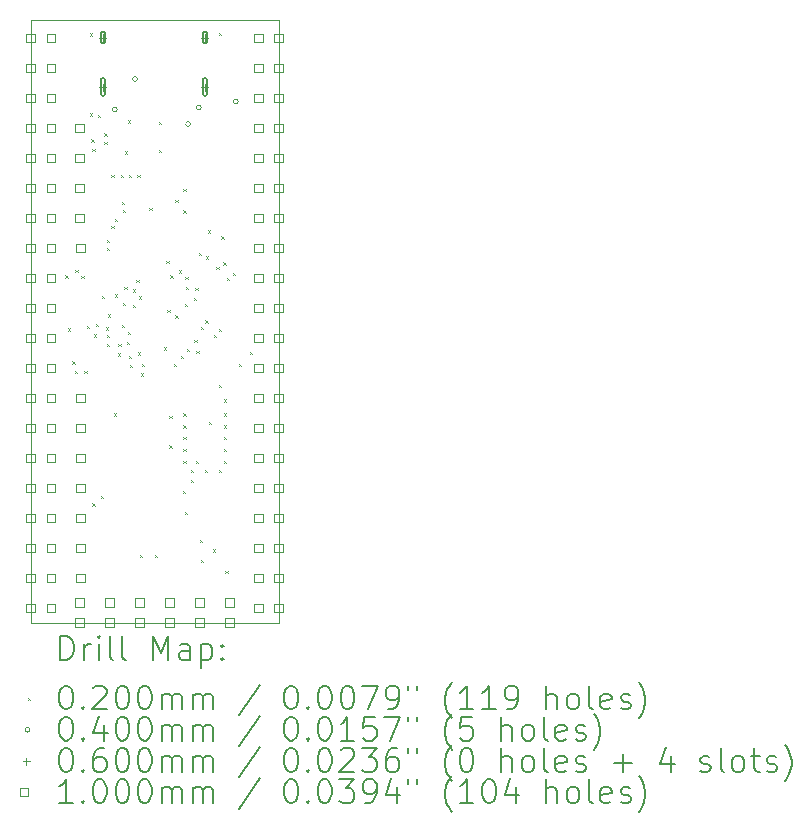
<source format=gbr>
%FSLAX45Y45*%
G04 Gerber Fmt 4.5, Leading zero omitted, Abs format (unit mm)*
G04 Created by KiCad (PCBNEW 6.0.1-79c1e3a40b~116~ubuntu20.04.1) date 2022-07-08 20:10:22*
%MOMM*%
%LPD*%
G01*
G04 APERTURE LIST*
%TA.AperFunction,Profile*%
%ADD10C,0.100000*%
%TD*%
%ADD11C,0.200000*%
%ADD12C,0.020000*%
%ADD13C,0.040000*%
%ADD14C,0.060000*%
%ADD15C,0.100000*%
G04 APERTURE END LIST*
D10*
X8516098Y-10031000D02*
X10616098Y-10031000D01*
X10616098Y-10031000D02*
X10616098Y-4931000D01*
X10616098Y-4931000D02*
X8516098Y-4931000D01*
X8516098Y-4931000D02*
X8516098Y-10031000D01*
D11*
D12*
X8810000Y-7090000D02*
X8830000Y-7110000D01*
X8830000Y-7090000D02*
X8810000Y-7110000D01*
X8830000Y-7540000D02*
X8850000Y-7560000D01*
X8850000Y-7540000D02*
X8830000Y-7560000D01*
X8870000Y-7820000D02*
X8890000Y-7840000D01*
X8890000Y-7820000D02*
X8870000Y-7840000D01*
X8890000Y-7900000D02*
X8910000Y-7920000D01*
X8910000Y-7900000D02*
X8890000Y-7920000D01*
X8894715Y-7043445D02*
X8914715Y-7063445D01*
X8914715Y-7043445D02*
X8894715Y-7063445D01*
X8946555Y-7095285D02*
X8966555Y-7115285D01*
X8966555Y-7095285D02*
X8946555Y-7115285D01*
X8970000Y-7900000D02*
X8990000Y-7920000D01*
X8990000Y-7900000D02*
X8970000Y-7920000D01*
X8990000Y-7520000D02*
X9010000Y-7540000D01*
X9010000Y-7520000D02*
X8990000Y-7540000D01*
X9016098Y-5041000D02*
X9036098Y-5061000D01*
X9036098Y-5041000D02*
X9016098Y-5061000D01*
X9020000Y-5720000D02*
X9040000Y-5740000D01*
X9040000Y-5720000D02*
X9020000Y-5740000D01*
X9030320Y-5939680D02*
X9050320Y-5959680D01*
X9050320Y-5939680D02*
X9030320Y-5959680D01*
X9040000Y-6020000D02*
X9060000Y-6040000D01*
X9060000Y-6020000D02*
X9040000Y-6040000D01*
X9040000Y-9020000D02*
X9060000Y-9040000D01*
X9060000Y-9020000D02*
X9040000Y-9040000D01*
X9050000Y-7590000D02*
X9070000Y-7610000D01*
X9070000Y-7590000D02*
X9050000Y-7610000D01*
X9070000Y-7500000D02*
X9090000Y-7520000D01*
X9090000Y-7500000D02*
X9070000Y-7520000D01*
X9084950Y-5730000D02*
X9104950Y-5750000D01*
X9104950Y-5730000D02*
X9084950Y-5750000D01*
X9110000Y-8960000D02*
X9130000Y-8980000D01*
X9130000Y-8960000D02*
X9110000Y-8980000D01*
X9117134Y-7265099D02*
X9137134Y-7285099D01*
X9137134Y-7265099D02*
X9117134Y-7285099D01*
X9140000Y-5890000D02*
X9160000Y-5910000D01*
X9160000Y-5890000D02*
X9140000Y-5910000D01*
X9140000Y-5960000D02*
X9160000Y-5980000D01*
X9160000Y-5960000D02*
X9140000Y-5980000D01*
X9151579Y-7529900D02*
X9171579Y-7549900D01*
X9171579Y-7529900D02*
X9151579Y-7549900D01*
X9160000Y-6790000D02*
X9180000Y-6810000D01*
X9180000Y-6790000D02*
X9160000Y-6810000D01*
X9160000Y-6860000D02*
X9180000Y-6880000D01*
X9180000Y-6860000D02*
X9160000Y-6880000D01*
X9160592Y-7594222D02*
X9180592Y-7614222D01*
X9180592Y-7594222D02*
X9160592Y-7614222D01*
X9162535Y-7670644D02*
X9182535Y-7690644D01*
X9182535Y-7670644D02*
X9162535Y-7690644D01*
X9170000Y-7420000D02*
X9190000Y-7440000D01*
X9190000Y-7420000D02*
X9170000Y-7440000D01*
X9200000Y-6240000D02*
X9220000Y-6260000D01*
X9220000Y-6240000D02*
X9200000Y-6260000D01*
X9200000Y-6670000D02*
X9220000Y-6690000D01*
X9220000Y-6670000D02*
X9200000Y-6690000D01*
X9218734Y-8260353D02*
X9238734Y-8280353D01*
X9238734Y-8260353D02*
X9218734Y-8280353D01*
X9230000Y-6610000D02*
X9250000Y-6630000D01*
X9250000Y-6610000D02*
X9230000Y-6630000D01*
X9231561Y-7251561D02*
X9251561Y-7271561D01*
X9251561Y-7251561D02*
X9231561Y-7271561D01*
X9255100Y-7751822D02*
X9275100Y-7771822D01*
X9275100Y-7751822D02*
X9255100Y-7771822D01*
X9260000Y-7670000D02*
X9280000Y-7690000D01*
X9280000Y-7670000D02*
X9260000Y-7690000D01*
X9280000Y-6241200D02*
X9300000Y-6261200D01*
X9300000Y-6241200D02*
X9280000Y-6261200D01*
X9289577Y-6469984D02*
X9309577Y-6489984D01*
X9309577Y-6469984D02*
X9289577Y-6489984D01*
X9290000Y-7510000D02*
X9310000Y-7530000D01*
X9310000Y-7510000D02*
X9290000Y-7530000D01*
X9294862Y-7322468D02*
X9314862Y-7342468D01*
X9314862Y-7322468D02*
X9294862Y-7342468D01*
X9295320Y-6534680D02*
X9315320Y-6554680D01*
X9315320Y-6534680D02*
X9295320Y-6554680D01*
X9308405Y-7187952D02*
X9328405Y-7207952D01*
X9328405Y-7187952D02*
X9308405Y-7207952D01*
X9315000Y-6040000D02*
X9335000Y-6060000D01*
X9335000Y-6040000D02*
X9315000Y-6060000D01*
X9330650Y-7655925D02*
X9350650Y-7675925D01*
X9350650Y-7655925D02*
X9330650Y-7675925D01*
X9340000Y-5780000D02*
X9360000Y-5800000D01*
X9360000Y-5780000D02*
X9340000Y-5800000D01*
X9340000Y-7570000D02*
X9360000Y-7590000D01*
X9360000Y-7570000D02*
X9340000Y-7590000D01*
X9350000Y-6241200D02*
X9370000Y-6261200D01*
X9370000Y-6241200D02*
X9350000Y-6261200D01*
X9350000Y-7770000D02*
X9370000Y-7790000D01*
X9370000Y-7770000D02*
X9350000Y-7790000D01*
X9354950Y-7847115D02*
X9374950Y-7867115D01*
X9374950Y-7847115D02*
X9354950Y-7867115D01*
X9380000Y-7210000D02*
X9400000Y-7230000D01*
X9400000Y-7210000D02*
X9380000Y-7230000D01*
X9380000Y-7340000D02*
X9400000Y-7360000D01*
X9400000Y-7340000D02*
X9380000Y-7360000D01*
X9410000Y-7130000D02*
X9430000Y-7150000D01*
X9430000Y-7130000D02*
X9410000Y-7150000D01*
X9420000Y-6240000D02*
X9440000Y-6260000D01*
X9440000Y-6240000D02*
X9420000Y-6260000D01*
X9421168Y-7741842D02*
X9441168Y-7761842D01*
X9441168Y-7741842D02*
X9421168Y-7761842D01*
X9430000Y-7270000D02*
X9450000Y-7290000D01*
X9450000Y-7270000D02*
X9430000Y-7290000D01*
X9440000Y-9460000D02*
X9460000Y-9480000D01*
X9460000Y-9460000D02*
X9440000Y-9480000D01*
X9450000Y-7920000D02*
X9470000Y-7940000D01*
X9470000Y-7920000D02*
X9450000Y-7940000D01*
X9460000Y-7840000D02*
X9480000Y-7860000D01*
X9480000Y-7840000D02*
X9460000Y-7860000D01*
X9520050Y-6520000D02*
X9540050Y-6540000D01*
X9540050Y-6520000D02*
X9520050Y-6540000D01*
X9570000Y-9460000D02*
X9590000Y-9480000D01*
X9590000Y-9460000D02*
X9570000Y-9480000D01*
X9600000Y-5790000D02*
X9620000Y-5810000D01*
X9620000Y-5790000D02*
X9600000Y-5810000D01*
X9600000Y-6030000D02*
X9620000Y-6050000D01*
X9620000Y-6030000D02*
X9600000Y-6050000D01*
X9644483Y-7700000D02*
X9664483Y-7720000D01*
X9664483Y-7700000D02*
X9644483Y-7720000D01*
X9664950Y-6970000D02*
X9684950Y-6990000D01*
X9684950Y-6970000D02*
X9664950Y-6990000D01*
X9672276Y-7382916D02*
X9692276Y-7402916D01*
X9692276Y-7382916D02*
X9672276Y-7402916D01*
X9690000Y-8280000D02*
X9710000Y-8300000D01*
X9710000Y-8280000D02*
X9690000Y-8300000D01*
X9690000Y-8530000D02*
X9710000Y-8550000D01*
X9710000Y-8530000D02*
X9690000Y-8550000D01*
X9700000Y-7090000D02*
X9720000Y-7110000D01*
X9720000Y-7090000D02*
X9700000Y-7110000D01*
X9730000Y-7840000D02*
X9750000Y-7860000D01*
X9750000Y-7840000D02*
X9730000Y-7860000D01*
X9740000Y-6450000D02*
X9760000Y-6470000D01*
X9760000Y-6450000D02*
X9740000Y-6470000D01*
X9740000Y-7430000D02*
X9760000Y-7450000D01*
X9760000Y-7430000D02*
X9740000Y-7450000D01*
X9770000Y-7050000D02*
X9790000Y-7070000D01*
X9790000Y-7050000D02*
X9770000Y-7070000D01*
X9785878Y-7775050D02*
X9805878Y-7795050D01*
X9805878Y-7775050D02*
X9785878Y-7795050D01*
X9805000Y-8915000D02*
X9825000Y-8935000D01*
X9825000Y-8915000D02*
X9805000Y-8935000D01*
X9810000Y-6360000D02*
X9830000Y-6380000D01*
X9830000Y-6360000D02*
X9810000Y-6380000D01*
X9810000Y-6540000D02*
X9830000Y-6560000D01*
X9830000Y-6540000D02*
X9810000Y-6560000D01*
X9810000Y-8260000D02*
X9830000Y-8280000D01*
X9830000Y-8260000D02*
X9810000Y-8280000D01*
X9810000Y-8360000D02*
X9830000Y-8380000D01*
X9830000Y-8360000D02*
X9810000Y-8380000D01*
X9810000Y-8460000D02*
X9830000Y-8480000D01*
X9830000Y-8460000D02*
X9810000Y-8480000D01*
X9810000Y-8560000D02*
X9830000Y-8580000D01*
X9830000Y-8560000D02*
X9810000Y-8580000D01*
X9810000Y-8660000D02*
X9830000Y-8680000D01*
X9830000Y-8660000D02*
X9810000Y-8680000D01*
X9820000Y-7330000D02*
X9840000Y-7350000D01*
X9840000Y-7330000D02*
X9820000Y-7350000D01*
X9820000Y-9092499D02*
X9840000Y-9112499D01*
X9840000Y-9092499D02*
X9820000Y-9112499D01*
X9827119Y-7102909D02*
X9847119Y-7122909D01*
X9847119Y-7102909D02*
X9827119Y-7122909D01*
X9830000Y-7189950D02*
X9850000Y-7209950D01*
X9850000Y-7189950D02*
X9830000Y-7209950D01*
X9836098Y-7711000D02*
X9856098Y-7731000D01*
X9856098Y-7711000D02*
X9836098Y-7731000D01*
X9870000Y-8740000D02*
X9890000Y-8760000D01*
X9890000Y-8740000D02*
X9870000Y-8760000D01*
X9870000Y-8820000D02*
X9890000Y-8840000D01*
X9890000Y-8820000D02*
X9870000Y-8840000D01*
X9900000Y-7280000D02*
X9920000Y-7300000D01*
X9920000Y-7280000D02*
X9900000Y-7300000D01*
X9902948Y-7635466D02*
X9922948Y-7655466D01*
X9922948Y-7635466D02*
X9902948Y-7655466D01*
X9910000Y-7197908D02*
X9930000Y-7217908D01*
X9930000Y-7197908D02*
X9910000Y-7217908D01*
X9913000Y-8660000D02*
X9933000Y-8680000D01*
X9933000Y-8660000D02*
X9913000Y-8680000D01*
X9920000Y-7730000D02*
X9940000Y-7750000D01*
X9940000Y-7730000D02*
X9920000Y-7750000D01*
X9942931Y-6898990D02*
X9962931Y-6918990D01*
X9962931Y-6898990D02*
X9942931Y-6918990D01*
X9950000Y-9330000D02*
X9970000Y-9350000D01*
X9970000Y-9330000D02*
X9950000Y-9350000D01*
X9956054Y-9500000D02*
X9976054Y-9520000D01*
X9976054Y-9500000D02*
X9956054Y-9520000D01*
X9959107Y-7526050D02*
X9979107Y-7546050D01*
X9979107Y-7526050D02*
X9959107Y-7546050D01*
X9990000Y-8740000D02*
X10010000Y-8760000D01*
X10010000Y-8740000D02*
X9990000Y-8760000D01*
X9994496Y-7471587D02*
X10014496Y-7491587D01*
X10014496Y-7471587D02*
X9994496Y-7491587D01*
X10000000Y-6930000D02*
X10020000Y-6950000D01*
X10020000Y-6930000D02*
X10000000Y-6950000D01*
X10016098Y-6711000D02*
X10036098Y-6731000D01*
X10036098Y-6711000D02*
X10016098Y-6731000D01*
X10023098Y-8333000D02*
X10043098Y-8353000D01*
X10043098Y-8333000D02*
X10023098Y-8353000D01*
X10060000Y-9410000D02*
X10080000Y-9430000D01*
X10080000Y-9410000D02*
X10060000Y-9430000D01*
X10067070Y-7592603D02*
X10087070Y-7612603D01*
X10087070Y-7592603D02*
X10067070Y-7612603D01*
X10090000Y-7020000D02*
X10110000Y-7040000D01*
X10110000Y-7020000D02*
X10090000Y-7040000D01*
X10110000Y-5040000D02*
X10130000Y-5060000D01*
X10130000Y-5040000D02*
X10110000Y-5060000D01*
X10110000Y-8020000D02*
X10130000Y-8040000D01*
X10130000Y-8020000D02*
X10110000Y-8040000D01*
X10110000Y-8740000D02*
X10130000Y-8760000D01*
X10130000Y-8740000D02*
X10110000Y-8760000D01*
X10111098Y-7544852D02*
X10131098Y-7564852D01*
X10131098Y-7544852D02*
X10111098Y-7564852D01*
X10130000Y-6760000D02*
X10150000Y-6780000D01*
X10150000Y-6760000D02*
X10130000Y-6780000D01*
X10148644Y-6980000D02*
X10168644Y-7000000D01*
X10168644Y-6980000D02*
X10148644Y-7000000D01*
X10150000Y-8140000D02*
X10170000Y-8160000D01*
X10170000Y-8140000D02*
X10150000Y-8160000D01*
X10150000Y-8260000D02*
X10170000Y-8280000D01*
X10170000Y-8260000D02*
X10150000Y-8280000D01*
X10150000Y-8360000D02*
X10170000Y-8380000D01*
X10170000Y-8360000D02*
X10150000Y-8380000D01*
X10150000Y-8460000D02*
X10170000Y-8480000D01*
X10170000Y-8460000D02*
X10150000Y-8480000D01*
X10150000Y-8560000D02*
X10170000Y-8580000D01*
X10170000Y-8560000D02*
X10150000Y-8580000D01*
X10150000Y-8660000D02*
X10170000Y-8680000D01*
X10170000Y-8660000D02*
X10150000Y-8680000D01*
X10166010Y-9591088D02*
X10186010Y-9611088D01*
X10186010Y-9591088D02*
X10166010Y-9611088D01*
X10179003Y-7110223D02*
X10199003Y-7130223D01*
X10199003Y-7110223D02*
X10179003Y-7130223D01*
X10230238Y-7069762D02*
X10250238Y-7089762D01*
X10250238Y-7069762D02*
X10230238Y-7089762D01*
X10280000Y-7840000D02*
X10300000Y-7860000D01*
X10300000Y-7840000D02*
X10280000Y-7860000D01*
X10370000Y-7740000D02*
X10390000Y-7760000D01*
X10390000Y-7740000D02*
X10370000Y-7760000D01*
D13*
X9249336Y-5688204D02*
G75*
G03*
X9249336Y-5688204I-20000J0D01*
G01*
X9420000Y-5430000D02*
G75*
G03*
X9420000Y-5430000I-20000J0D01*
G01*
X9870000Y-5810000D02*
G75*
G03*
X9870000Y-5810000I-20000J0D01*
G01*
X9960000Y-5670000D02*
G75*
G03*
X9960000Y-5670000I-20000J0D01*
G01*
X10272450Y-5620000D02*
G75*
G03*
X10272450Y-5620000I-20000J0D01*
G01*
D14*
X9128000Y-5049000D02*
X9128000Y-5109000D01*
X9098000Y-5079000D02*
X9158000Y-5079000D01*
D11*
X9148000Y-5109000D02*
X9148000Y-5049000D01*
X9108000Y-5109000D02*
X9108000Y-5049000D01*
X9148000Y-5049000D02*
G75*
G03*
X9108000Y-5049000I-20000J0D01*
G01*
X9108000Y-5109000D02*
G75*
G03*
X9148000Y-5109000I20000J0D01*
G01*
D14*
X9128000Y-5467000D02*
X9128000Y-5527000D01*
X9098000Y-5497000D02*
X9158000Y-5497000D01*
D11*
X9148000Y-5552000D02*
X9148000Y-5442000D01*
X9108000Y-5552000D02*
X9108000Y-5442000D01*
X9148000Y-5442000D02*
G75*
G03*
X9108000Y-5442000I-20000J0D01*
G01*
X9108000Y-5552000D02*
G75*
G03*
X9148000Y-5552000I20000J0D01*
G01*
D14*
X9992000Y-5049000D02*
X9992000Y-5109000D01*
X9962000Y-5079000D02*
X10022000Y-5079000D01*
D11*
X10012000Y-5109000D02*
X10012000Y-5049000D01*
X9972000Y-5109000D02*
X9972000Y-5049000D01*
X10012000Y-5049000D02*
G75*
G03*
X9972000Y-5049000I-20000J0D01*
G01*
X9972000Y-5109000D02*
G75*
G03*
X10012000Y-5109000I20000J0D01*
G01*
D14*
X9992000Y-5467000D02*
X9992000Y-5527000D01*
X9962000Y-5497000D02*
X10022000Y-5497000D01*
D11*
X10012000Y-5552000D02*
X10012000Y-5442000D01*
X9972000Y-5552000D02*
X9972000Y-5442000D01*
X10012000Y-5442000D02*
G75*
G03*
X9972000Y-5442000I-20000J0D01*
G01*
X9972000Y-5552000D02*
G75*
G03*
X10012000Y-5552000I20000J0D01*
G01*
D15*
X8551454Y-5116356D02*
X8551454Y-5045644D01*
X8480742Y-5045644D01*
X8480742Y-5116356D01*
X8551454Y-5116356D01*
X8551454Y-5370356D02*
X8551454Y-5299644D01*
X8480742Y-5299644D01*
X8480742Y-5370356D01*
X8551454Y-5370356D01*
X8551454Y-5624356D02*
X8551454Y-5553644D01*
X8480742Y-5553644D01*
X8480742Y-5624356D01*
X8551454Y-5624356D01*
X8551454Y-5878356D02*
X8551454Y-5807644D01*
X8480742Y-5807644D01*
X8480742Y-5878356D01*
X8551454Y-5878356D01*
X8551454Y-6132356D02*
X8551454Y-6061644D01*
X8480742Y-6061644D01*
X8480742Y-6132356D01*
X8551454Y-6132356D01*
X8551454Y-6386356D02*
X8551454Y-6315644D01*
X8480742Y-6315644D01*
X8480742Y-6386356D01*
X8551454Y-6386356D01*
X8551454Y-6640356D02*
X8551454Y-6569644D01*
X8480742Y-6569644D01*
X8480742Y-6640356D01*
X8551454Y-6640356D01*
X8551454Y-6894356D02*
X8551454Y-6823644D01*
X8480742Y-6823644D01*
X8480742Y-6894356D01*
X8551454Y-6894356D01*
X8551454Y-7148356D02*
X8551454Y-7077644D01*
X8480742Y-7077644D01*
X8480742Y-7148356D01*
X8551454Y-7148356D01*
X8551454Y-7402356D02*
X8551454Y-7331644D01*
X8480742Y-7331644D01*
X8480742Y-7402356D01*
X8551454Y-7402356D01*
X8551454Y-7656356D02*
X8551454Y-7585644D01*
X8480742Y-7585644D01*
X8480742Y-7656356D01*
X8551454Y-7656356D01*
X8551454Y-7910356D02*
X8551454Y-7839644D01*
X8480742Y-7839644D01*
X8480742Y-7910356D01*
X8551454Y-7910356D01*
X8551454Y-8164356D02*
X8551454Y-8093644D01*
X8480742Y-8093644D01*
X8480742Y-8164356D01*
X8551454Y-8164356D01*
X8551454Y-8418356D02*
X8551454Y-8347644D01*
X8480742Y-8347644D01*
X8480742Y-8418356D01*
X8551454Y-8418356D01*
X8551454Y-8672356D02*
X8551454Y-8601644D01*
X8480742Y-8601644D01*
X8480742Y-8672356D01*
X8551454Y-8672356D01*
X8551454Y-8926356D02*
X8551454Y-8855644D01*
X8480742Y-8855644D01*
X8480742Y-8926356D01*
X8551454Y-8926356D01*
X8551454Y-9180356D02*
X8551454Y-9109644D01*
X8480742Y-9109644D01*
X8480742Y-9180356D01*
X8551454Y-9180356D01*
X8551454Y-9434356D02*
X8551454Y-9363644D01*
X8480742Y-9363644D01*
X8480742Y-9434356D01*
X8551454Y-9434356D01*
X8551454Y-9688356D02*
X8551454Y-9617644D01*
X8480742Y-9617644D01*
X8480742Y-9688356D01*
X8551454Y-9688356D01*
X8551454Y-9942356D02*
X8551454Y-9871644D01*
X8480742Y-9871644D01*
X8480742Y-9942356D01*
X8551454Y-9942356D01*
X8721454Y-5116356D02*
X8721454Y-5045644D01*
X8650742Y-5045644D01*
X8650742Y-5116356D01*
X8721454Y-5116356D01*
X8721454Y-5370356D02*
X8721454Y-5299644D01*
X8650742Y-5299644D01*
X8650742Y-5370356D01*
X8721454Y-5370356D01*
X8721454Y-5624356D02*
X8721454Y-5553644D01*
X8650742Y-5553644D01*
X8650742Y-5624356D01*
X8721454Y-5624356D01*
X8721454Y-5878356D02*
X8721454Y-5807644D01*
X8650742Y-5807644D01*
X8650742Y-5878356D01*
X8721454Y-5878356D01*
X8721454Y-6132356D02*
X8721454Y-6061644D01*
X8650742Y-6061644D01*
X8650742Y-6132356D01*
X8721454Y-6132356D01*
X8721454Y-6386356D02*
X8721454Y-6315644D01*
X8650742Y-6315644D01*
X8650742Y-6386356D01*
X8721454Y-6386356D01*
X8721454Y-6640356D02*
X8721454Y-6569644D01*
X8650742Y-6569644D01*
X8650742Y-6640356D01*
X8721454Y-6640356D01*
X8721454Y-6894356D02*
X8721454Y-6823644D01*
X8650742Y-6823644D01*
X8650742Y-6894356D01*
X8721454Y-6894356D01*
X8721454Y-7148356D02*
X8721454Y-7077644D01*
X8650742Y-7077644D01*
X8650742Y-7148356D01*
X8721454Y-7148356D01*
X8721454Y-7402356D02*
X8721454Y-7331644D01*
X8650742Y-7331644D01*
X8650742Y-7402356D01*
X8721454Y-7402356D01*
X8721454Y-7656356D02*
X8721454Y-7585644D01*
X8650742Y-7585644D01*
X8650742Y-7656356D01*
X8721454Y-7656356D01*
X8721454Y-7910356D02*
X8721454Y-7839644D01*
X8650742Y-7839644D01*
X8650742Y-7910356D01*
X8721454Y-7910356D01*
X8721454Y-8164356D02*
X8721454Y-8093644D01*
X8650742Y-8093644D01*
X8650742Y-8164356D01*
X8721454Y-8164356D01*
X8721454Y-8418356D02*
X8721454Y-8347644D01*
X8650742Y-8347644D01*
X8650742Y-8418356D01*
X8721454Y-8418356D01*
X8721454Y-8672356D02*
X8721454Y-8601644D01*
X8650742Y-8601644D01*
X8650742Y-8672356D01*
X8721454Y-8672356D01*
X8721454Y-8926356D02*
X8721454Y-8855644D01*
X8650742Y-8855644D01*
X8650742Y-8926356D01*
X8721454Y-8926356D01*
X8721454Y-9180356D02*
X8721454Y-9109644D01*
X8650742Y-9109644D01*
X8650742Y-9180356D01*
X8721454Y-9180356D01*
X8721454Y-9434356D02*
X8721454Y-9363644D01*
X8650742Y-9363644D01*
X8650742Y-9434356D01*
X8721454Y-9434356D01*
X8721454Y-9688356D02*
X8721454Y-9617644D01*
X8650742Y-9617644D01*
X8650742Y-9688356D01*
X8721454Y-9688356D01*
X8721454Y-9942356D02*
X8721454Y-9871644D01*
X8650742Y-9871644D01*
X8650742Y-9942356D01*
X8721454Y-9942356D01*
X8965356Y-5878356D02*
X8965356Y-5807644D01*
X8894644Y-5807644D01*
X8894644Y-5878356D01*
X8965356Y-5878356D01*
X8965356Y-6132356D02*
X8965356Y-6061644D01*
X8894644Y-6061644D01*
X8894644Y-6132356D01*
X8965356Y-6132356D01*
X8965356Y-6386356D02*
X8965356Y-6315644D01*
X8894644Y-6315644D01*
X8894644Y-6386356D01*
X8965356Y-6386356D01*
X8965356Y-6640356D02*
X8965356Y-6569644D01*
X8894644Y-6569644D01*
X8894644Y-6640356D01*
X8965356Y-6640356D01*
X8966454Y-9896356D02*
X8966454Y-9825644D01*
X8895742Y-9825644D01*
X8895742Y-9896356D01*
X8966454Y-9896356D01*
X8966454Y-10066356D02*
X8966454Y-9995644D01*
X8895742Y-9995644D01*
X8895742Y-10066356D01*
X8966454Y-10066356D01*
X8975356Y-6894356D02*
X8975356Y-6823644D01*
X8904644Y-6823644D01*
X8904644Y-6894356D01*
X8975356Y-6894356D01*
X8975356Y-8164356D02*
X8975356Y-8093644D01*
X8904644Y-8093644D01*
X8904644Y-8164356D01*
X8975356Y-8164356D01*
X8975356Y-8418356D02*
X8975356Y-8347644D01*
X8904644Y-8347644D01*
X8904644Y-8418356D01*
X8975356Y-8418356D01*
X8975356Y-8672356D02*
X8975356Y-8601644D01*
X8904644Y-8601644D01*
X8904644Y-8672356D01*
X8975356Y-8672356D01*
X8975356Y-8926356D02*
X8975356Y-8855644D01*
X8904644Y-8855644D01*
X8904644Y-8926356D01*
X8975356Y-8926356D01*
X8975356Y-9180356D02*
X8975356Y-9109644D01*
X8904644Y-9109644D01*
X8904644Y-9180356D01*
X8975356Y-9180356D01*
X8975356Y-9434356D02*
X8975356Y-9363644D01*
X8904644Y-9363644D01*
X8904644Y-9434356D01*
X8975356Y-9434356D01*
X8975356Y-9688356D02*
X8975356Y-9617644D01*
X8904644Y-9617644D01*
X8904644Y-9688356D01*
X8975356Y-9688356D01*
X9220454Y-9896356D02*
X9220454Y-9825644D01*
X9149742Y-9825644D01*
X9149742Y-9896356D01*
X9220454Y-9896356D01*
X9220454Y-10066356D02*
X9220454Y-9995644D01*
X9149742Y-9995644D01*
X9149742Y-10066356D01*
X9220454Y-10066356D01*
X9474454Y-9896356D02*
X9474454Y-9825644D01*
X9403742Y-9825644D01*
X9403742Y-9896356D01*
X9474454Y-9896356D01*
X9474454Y-10066356D02*
X9474454Y-9995644D01*
X9403742Y-9995644D01*
X9403742Y-10066356D01*
X9474454Y-10066356D01*
X9728454Y-9896356D02*
X9728454Y-9825644D01*
X9657742Y-9825644D01*
X9657742Y-9896356D01*
X9728454Y-9896356D01*
X9728454Y-10066356D02*
X9728454Y-9995644D01*
X9657742Y-9995644D01*
X9657742Y-10066356D01*
X9728454Y-10066356D01*
X9982454Y-9896356D02*
X9982454Y-9825644D01*
X9911742Y-9825644D01*
X9911742Y-9896356D01*
X9982454Y-9896356D01*
X9982454Y-10066356D02*
X9982454Y-9995644D01*
X9911742Y-9995644D01*
X9911742Y-10066356D01*
X9982454Y-10066356D01*
X10236454Y-9896356D02*
X10236454Y-9825644D01*
X10165742Y-9825644D01*
X10165742Y-9896356D01*
X10236454Y-9896356D01*
X10236454Y-10066356D02*
X10236454Y-9995644D01*
X10165742Y-9995644D01*
X10165742Y-10066356D01*
X10236454Y-10066356D01*
X10481454Y-5116356D02*
X10481454Y-5045644D01*
X10410742Y-5045644D01*
X10410742Y-5116356D01*
X10481454Y-5116356D01*
X10481454Y-5370356D02*
X10481454Y-5299644D01*
X10410742Y-5299644D01*
X10410742Y-5370356D01*
X10481454Y-5370356D01*
X10481454Y-5624356D02*
X10481454Y-5553644D01*
X10410742Y-5553644D01*
X10410742Y-5624356D01*
X10481454Y-5624356D01*
X10481454Y-5878356D02*
X10481454Y-5807644D01*
X10410742Y-5807644D01*
X10410742Y-5878356D01*
X10481454Y-5878356D01*
X10481454Y-6132356D02*
X10481454Y-6061644D01*
X10410742Y-6061644D01*
X10410742Y-6132356D01*
X10481454Y-6132356D01*
X10481454Y-6386356D02*
X10481454Y-6315644D01*
X10410742Y-6315644D01*
X10410742Y-6386356D01*
X10481454Y-6386356D01*
X10481454Y-6640356D02*
X10481454Y-6569644D01*
X10410742Y-6569644D01*
X10410742Y-6640356D01*
X10481454Y-6640356D01*
X10481454Y-6894356D02*
X10481454Y-6823644D01*
X10410742Y-6823644D01*
X10410742Y-6894356D01*
X10481454Y-6894356D01*
X10481454Y-7148356D02*
X10481454Y-7077644D01*
X10410742Y-7077644D01*
X10410742Y-7148356D01*
X10481454Y-7148356D01*
X10481454Y-7402356D02*
X10481454Y-7331644D01*
X10410742Y-7331644D01*
X10410742Y-7402356D01*
X10481454Y-7402356D01*
X10481454Y-7656356D02*
X10481454Y-7585644D01*
X10410742Y-7585644D01*
X10410742Y-7656356D01*
X10481454Y-7656356D01*
X10481454Y-7910356D02*
X10481454Y-7839644D01*
X10410742Y-7839644D01*
X10410742Y-7910356D01*
X10481454Y-7910356D01*
X10481454Y-8164356D02*
X10481454Y-8093644D01*
X10410742Y-8093644D01*
X10410742Y-8164356D01*
X10481454Y-8164356D01*
X10481454Y-8418356D02*
X10481454Y-8347644D01*
X10410742Y-8347644D01*
X10410742Y-8418356D01*
X10481454Y-8418356D01*
X10481454Y-8672356D02*
X10481454Y-8601644D01*
X10410742Y-8601644D01*
X10410742Y-8672356D01*
X10481454Y-8672356D01*
X10481454Y-8926356D02*
X10481454Y-8855644D01*
X10410742Y-8855644D01*
X10410742Y-8926356D01*
X10481454Y-8926356D01*
X10481454Y-9180356D02*
X10481454Y-9109644D01*
X10410742Y-9109644D01*
X10410742Y-9180356D01*
X10481454Y-9180356D01*
X10481454Y-9434356D02*
X10481454Y-9363644D01*
X10410742Y-9363644D01*
X10410742Y-9434356D01*
X10481454Y-9434356D01*
X10481454Y-9688356D02*
X10481454Y-9617644D01*
X10410742Y-9617644D01*
X10410742Y-9688356D01*
X10481454Y-9688356D01*
X10481454Y-9942356D02*
X10481454Y-9871644D01*
X10410742Y-9871644D01*
X10410742Y-9942356D01*
X10481454Y-9942356D01*
X10651454Y-5116356D02*
X10651454Y-5045644D01*
X10580742Y-5045644D01*
X10580742Y-5116356D01*
X10651454Y-5116356D01*
X10651454Y-5370356D02*
X10651454Y-5299644D01*
X10580742Y-5299644D01*
X10580742Y-5370356D01*
X10651454Y-5370356D01*
X10651454Y-5624356D02*
X10651454Y-5553644D01*
X10580742Y-5553644D01*
X10580742Y-5624356D01*
X10651454Y-5624356D01*
X10651454Y-5878356D02*
X10651454Y-5807644D01*
X10580742Y-5807644D01*
X10580742Y-5878356D01*
X10651454Y-5878356D01*
X10651454Y-6132356D02*
X10651454Y-6061644D01*
X10580742Y-6061644D01*
X10580742Y-6132356D01*
X10651454Y-6132356D01*
X10651454Y-6386356D02*
X10651454Y-6315644D01*
X10580742Y-6315644D01*
X10580742Y-6386356D01*
X10651454Y-6386356D01*
X10651454Y-6640356D02*
X10651454Y-6569644D01*
X10580742Y-6569644D01*
X10580742Y-6640356D01*
X10651454Y-6640356D01*
X10651454Y-6894356D02*
X10651454Y-6823644D01*
X10580742Y-6823644D01*
X10580742Y-6894356D01*
X10651454Y-6894356D01*
X10651454Y-7148356D02*
X10651454Y-7077644D01*
X10580742Y-7077644D01*
X10580742Y-7148356D01*
X10651454Y-7148356D01*
X10651454Y-7402356D02*
X10651454Y-7331644D01*
X10580742Y-7331644D01*
X10580742Y-7402356D01*
X10651454Y-7402356D01*
X10651454Y-7656356D02*
X10651454Y-7585644D01*
X10580742Y-7585644D01*
X10580742Y-7656356D01*
X10651454Y-7656356D01*
X10651454Y-7910356D02*
X10651454Y-7839644D01*
X10580742Y-7839644D01*
X10580742Y-7910356D01*
X10651454Y-7910356D01*
X10651454Y-8164356D02*
X10651454Y-8093644D01*
X10580742Y-8093644D01*
X10580742Y-8164356D01*
X10651454Y-8164356D01*
X10651454Y-8418356D02*
X10651454Y-8347644D01*
X10580742Y-8347644D01*
X10580742Y-8418356D01*
X10651454Y-8418356D01*
X10651454Y-8672356D02*
X10651454Y-8601644D01*
X10580742Y-8601644D01*
X10580742Y-8672356D01*
X10651454Y-8672356D01*
X10651454Y-8926356D02*
X10651454Y-8855644D01*
X10580742Y-8855644D01*
X10580742Y-8926356D01*
X10651454Y-8926356D01*
X10651454Y-9180356D02*
X10651454Y-9109644D01*
X10580742Y-9109644D01*
X10580742Y-9180356D01*
X10651454Y-9180356D01*
X10651454Y-9434356D02*
X10651454Y-9363644D01*
X10580742Y-9363644D01*
X10580742Y-9434356D01*
X10651454Y-9434356D01*
X10651454Y-9688356D02*
X10651454Y-9617644D01*
X10580742Y-9617644D01*
X10580742Y-9688356D01*
X10651454Y-9688356D01*
X10651454Y-9942356D02*
X10651454Y-9871644D01*
X10580742Y-9871644D01*
X10580742Y-9942356D01*
X10651454Y-9942356D01*
D11*
X8768717Y-10346476D02*
X8768717Y-10146476D01*
X8816336Y-10146476D01*
X8844907Y-10156000D01*
X8863955Y-10175048D01*
X8873479Y-10194095D01*
X8883003Y-10232190D01*
X8883003Y-10260762D01*
X8873479Y-10298857D01*
X8863955Y-10317905D01*
X8844907Y-10336952D01*
X8816336Y-10346476D01*
X8768717Y-10346476D01*
X8968717Y-10346476D02*
X8968717Y-10213143D01*
X8968717Y-10251238D02*
X8978241Y-10232190D01*
X8987764Y-10222667D01*
X9006812Y-10213143D01*
X9025860Y-10213143D01*
X9092526Y-10346476D02*
X9092526Y-10213143D01*
X9092526Y-10146476D02*
X9083003Y-10156000D01*
X9092526Y-10165524D01*
X9102050Y-10156000D01*
X9092526Y-10146476D01*
X9092526Y-10165524D01*
X9216336Y-10346476D02*
X9197288Y-10336952D01*
X9187764Y-10317905D01*
X9187764Y-10146476D01*
X9321098Y-10346476D02*
X9302050Y-10336952D01*
X9292526Y-10317905D01*
X9292526Y-10146476D01*
X9549669Y-10346476D02*
X9549669Y-10146476D01*
X9616336Y-10289333D01*
X9683003Y-10146476D01*
X9683003Y-10346476D01*
X9863955Y-10346476D02*
X9863955Y-10241714D01*
X9854431Y-10222667D01*
X9835384Y-10213143D01*
X9797288Y-10213143D01*
X9778241Y-10222667D01*
X9863955Y-10336952D02*
X9844907Y-10346476D01*
X9797288Y-10346476D01*
X9778241Y-10336952D01*
X9768717Y-10317905D01*
X9768717Y-10298857D01*
X9778241Y-10279810D01*
X9797288Y-10270286D01*
X9844907Y-10270286D01*
X9863955Y-10260762D01*
X9959193Y-10213143D02*
X9959193Y-10413143D01*
X9959193Y-10222667D02*
X9978241Y-10213143D01*
X10016336Y-10213143D01*
X10035384Y-10222667D01*
X10044907Y-10232190D01*
X10054431Y-10251238D01*
X10054431Y-10308381D01*
X10044907Y-10327429D01*
X10035384Y-10336952D01*
X10016336Y-10346476D01*
X9978241Y-10346476D01*
X9959193Y-10336952D01*
X10140145Y-10327429D02*
X10149669Y-10336952D01*
X10140145Y-10346476D01*
X10130622Y-10336952D01*
X10140145Y-10327429D01*
X10140145Y-10346476D01*
X10140145Y-10222667D02*
X10149669Y-10232190D01*
X10140145Y-10241714D01*
X10130622Y-10232190D01*
X10140145Y-10222667D01*
X10140145Y-10241714D01*
D12*
X8491098Y-10666000D02*
X8511098Y-10686000D01*
X8511098Y-10666000D02*
X8491098Y-10686000D01*
D11*
X8806812Y-10566476D02*
X8825860Y-10566476D01*
X8844907Y-10576000D01*
X8854431Y-10585524D01*
X8863955Y-10604571D01*
X8873479Y-10642667D01*
X8873479Y-10690286D01*
X8863955Y-10728381D01*
X8854431Y-10747429D01*
X8844907Y-10756952D01*
X8825860Y-10766476D01*
X8806812Y-10766476D01*
X8787764Y-10756952D01*
X8778241Y-10747429D01*
X8768717Y-10728381D01*
X8759193Y-10690286D01*
X8759193Y-10642667D01*
X8768717Y-10604571D01*
X8778241Y-10585524D01*
X8787764Y-10576000D01*
X8806812Y-10566476D01*
X8959193Y-10747429D02*
X8968717Y-10756952D01*
X8959193Y-10766476D01*
X8949669Y-10756952D01*
X8959193Y-10747429D01*
X8959193Y-10766476D01*
X9044907Y-10585524D02*
X9054431Y-10576000D01*
X9073479Y-10566476D01*
X9121098Y-10566476D01*
X9140145Y-10576000D01*
X9149669Y-10585524D01*
X9159193Y-10604571D01*
X9159193Y-10623619D01*
X9149669Y-10652190D01*
X9035384Y-10766476D01*
X9159193Y-10766476D01*
X9283003Y-10566476D02*
X9302050Y-10566476D01*
X9321098Y-10576000D01*
X9330622Y-10585524D01*
X9340145Y-10604571D01*
X9349669Y-10642667D01*
X9349669Y-10690286D01*
X9340145Y-10728381D01*
X9330622Y-10747429D01*
X9321098Y-10756952D01*
X9302050Y-10766476D01*
X9283003Y-10766476D01*
X9263955Y-10756952D01*
X9254431Y-10747429D01*
X9244907Y-10728381D01*
X9235384Y-10690286D01*
X9235384Y-10642667D01*
X9244907Y-10604571D01*
X9254431Y-10585524D01*
X9263955Y-10576000D01*
X9283003Y-10566476D01*
X9473479Y-10566476D02*
X9492526Y-10566476D01*
X9511574Y-10576000D01*
X9521098Y-10585524D01*
X9530622Y-10604571D01*
X9540145Y-10642667D01*
X9540145Y-10690286D01*
X9530622Y-10728381D01*
X9521098Y-10747429D01*
X9511574Y-10756952D01*
X9492526Y-10766476D01*
X9473479Y-10766476D01*
X9454431Y-10756952D01*
X9444907Y-10747429D01*
X9435384Y-10728381D01*
X9425860Y-10690286D01*
X9425860Y-10642667D01*
X9435384Y-10604571D01*
X9444907Y-10585524D01*
X9454431Y-10576000D01*
X9473479Y-10566476D01*
X9625860Y-10766476D02*
X9625860Y-10633143D01*
X9625860Y-10652190D02*
X9635384Y-10642667D01*
X9654431Y-10633143D01*
X9683003Y-10633143D01*
X9702050Y-10642667D01*
X9711574Y-10661714D01*
X9711574Y-10766476D01*
X9711574Y-10661714D02*
X9721098Y-10642667D01*
X9740145Y-10633143D01*
X9768717Y-10633143D01*
X9787764Y-10642667D01*
X9797288Y-10661714D01*
X9797288Y-10766476D01*
X9892526Y-10766476D02*
X9892526Y-10633143D01*
X9892526Y-10652190D02*
X9902050Y-10642667D01*
X9921098Y-10633143D01*
X9949669Y-10633143D01*
X9968717Y-10642667D01*
X9978241Y-10661714D01*
X9978241Y-10766476D01*
X9978241Y-10661714D02*
X9987764Y-10642667D01*
X10006812Y-10633143D01*
X10035384Y-10633143D01*
X10054431Y-10642667D01*
X10063955Y-10661714D01*
X10063955Y-10766476D01*
X10454431Y-10556952D02*
X10283003Y-10814095D01*
X10711574Y-10566476D02*
X10730622Y-10566476D01*
X10749669Y-10576000D01*
X10759193Y-10585524D01*
X10768717Y-10604571D01*
X10778241Y-10642667D01*
X10778241Y-10690286D01*
X10768717Y-10728381D01*
X10759193Y-10747429D01*
X10749669Y-10756952D01*
X10730622Y-10766476D01*
X10711574Y-10766476D01*
X10692526Y-10756952D01*
X10683003Y-10747429D01*
X10673479Y-10728381D01*
X10663955Y-10690286D01*
X10663955Y-10642667D01*
X10673479Y-10604571D01*
X10683003Y-10585524D01*
X10692526Y-10576000D01*
X10711574Y-10566476D01*
X10863955Y-10747429D02*
X10873479Y-10756952D01*
X10863955Y-10766476D01*
X10854431Y-10756952D01*
X10863955Y-10747429D01*
X10863955Y-10766476D01*
X10997288Y-10566476D02*
X11016336Y-10566476D01*
X11035384Y-10576000D01*
X11044907Y-10585524D01*
X11054431Y-10604571D01*
X11063955Y-10642667D01*
X11063955Y-10690286D01*
X11054431Y-10728381D01*
X11044907Y-10747429D01*
X11035384Y-10756952D01*
X11016336Y-10766476D01*
X10997288Y-10766476D01*
X10978241Y-10756952D01*
X10968717Y-10747429D01*
X10959193Y-10728381D01*
X10949669Y-10690286D01*
X10949669Y-10642667D01*
X10959193Y-10604571D01*
X10968717Y-10585524D01*
X10978241Y-10576000D01*
X10997288Y-10566476D01*
X11187764Y-10566476D02*
X11206812Y-10566476D01*
X11225860Y-10576000D01*
X11235383Y-10585524D01*
X11244907Y-10604571D01*
X11254431Y-10642667D01*
X11254431Y-10690286D01*
X11244907Y-10728381D01*
X11235383Y-10747429D01*
X11225860Y-10756952D01*
X11206812Y-10766476D01*
X11187764Y-10766476D01*
X11168717Y-10756952D01*
X11159193Y-10747429D01*
X11149669Y-10728381D01*
X11140145Y-10690286D01*
X11140145Y-10642667D01*
X11149669Y-10604571D01*
X11159193Y-10585524D01*
X11168717Y-10576000D01*
X11187764Y-10566476D01*
X11321098Y-10566476D02*
X11454431Y-10566476D01*
X11368717Y-10766476D01*
X11540145Y-10766476D02*
X11578241Y-10766476D01*
X11597288Y-10756952D01*
X11606812Y-10747429D01*
X11625860Y-10718857D01*
X11635383Y-10680762D01*
X11635383Y-10604571D01*
X11625860Y-10585524D01*
X11616336Y-10576000D01*
X11597288Y-10566476D01*
X11559193Y-10566476D01*
X11540145Y-10576000D01*
X11530622Y-10585524D01*
X11521098Y-10604571D01*
X11521098Y-10652190D01*
X11530622Y-10671238D01*
X11540145Y-10680762D01*
X11559193Y-10690286D01*
X11597288Y-10690286D01*
X11616336Y-10680762D01*
X11625860Y-10671238D01*
X11635383Y-10652190D01*
X11711574Y-10566476D02*
X11711574Y-10604571D01*
X11787764Y-10566476D02*
X11787764Y-10604571D01*
X12083002Y-10842667D02*
X12073479Y-10833143D01*
X12054431Y-10804571D01*
X12044907Y-10785524D01*
X12035383Y-10756952D01*
X12025860Y-10709333D01*
X12025860Y-10671238D01*
X12035383Y-10623619D01*
X12044907Y-10595048D01*
X12054431Y-10576000D01*
X12073479Y-10547429D01*
X12083002Y-10537905D01*
X12263955Y-10766476D02*
X12149669Y-10766476D01*
X12206812Y-10766476D02*
X12206812Y-10566476D01*
X12187764Y-10595048D01*
X12168717Y-10614095D01*
X12149669Y-10623619D01*
X12454431Y-10766476D02*
X12340145Y-10766476D01*
X12397288Y-10766476D02*
X12397288Y-10566476D01*
X12378241Y-10595048D01*
X12359193Y-10614095D01*
X12340145Y-10623619D01*
X12549669Y-10766476D02*
X12587764Y-10766476D01*
X12606812Y-10756952D01*
X12616336Y-10747429D01*
X12635383Y-10718857D01*
X12644907Y-10680762D01*
X12644907Y-10604571D01*
X12635383Y-10585524D01*
X12625860Y-10576000D01*
X12606812Y-10566476D01*
X12568717Y-10566476D01*
X12549669Y-10576000D01*
X12540145Y-10585524D01*
X12530622Y-10604571D01*
X12530622Y-10652190D01*
X12540145Y-10671238D01*
X12549669Y-10680762D01*
X12568717Y-10690286D01*
X12606812Y-10690286D01*
X12625860Y-10680762D01*
X12635383Y-10671238D01*
X12644907Y-10652190D01*
X12883002Y-10766476D02*
X12883002Y-10566476D01*
X12968717Y-10766476D02*
X12968717Y-10661714D01*
X12959193Y-10642667D01*
X12940145Y-10633143D01*
X12911574Y-10633143D01*
X12892526Y-10642667D01*
X12883002Y-10652190D01*
X13092526Y-10766476D02*
X13073479Y-10756952D01*
X13063955Y-10747429D01*
X13054431Y-10728381D01*
X13054431Y-10671238D01*
X13063955Y-10652190D01*
X13073479Y-10642667D01*
X13092526Y-10633143D01*
X13121098Y-10633143D01*
X13140145Y-10642667D01*
X13149669Y-10652190D01*
X13159193Y-10671238D01*
X13159193Y-10728381D01*
X13149669Y-10747429D01*
X13140145Y-10756952D01*
X13121098Y-10766476D01*
X13092526Y-10766476D01*
X13273479Y-10766476D02*
X13254431Y-10756952D01*
X13244907Y-10737905D01*
X13244907Y-10566476D01*
X13425860Y-10756952D02*
X13406812Y-10766476D01*
X13368717Y-10766476D01*
X13349669Y-10756952D01*
X13340145Y-10737905D01*
X13340145Y-10661714D01*
X13349669Y-10642667D01*
X13368717Y-10633143D01*
X13406812Y-10633143D01*
X13425860Y-10642667D01*
X13435383Y-10661714D01*
X13435383Y-10680762D01*
X13340145Y-10699810D01*
X13511574Y-10756952D02*
X13530622Y-10766476D01*
X13568717Y-10766476D01*
X13587764Y-10756952D01*
X13597288Y-10737905D01*
X13597288Y-10728381D01*
X13587764Y-10709333D01*
X13568717Y-10699810D01*
X13540145Y-10699810D01*
X13521098Y-10690286D01*
X13511574Y-10671238D01*
X13511574Y-10661714D01*
X13521098Y-10642667D01*
X13540145Y-10633143D01*
X13568717Y-10633143D01*
X13587764Y-10642667D01*
X13663955Y-10842667D02*
X13673479Y-10833143D01*
X13692526Y-10804571D01*
X13702050Y-10785524D01*
X13711574Y-10756952D01*
X13721098Y-10709333D01*
X13721098Y-10671238D01*
X13711574Y-10623619D01*
X13702050Y-10595048D01*
X13692526Y-10576000D01*
X13673479Y-10547429D01*
X13663955Y-10537905D01*
D13*
X8511098Y-10940000D02*
G75*
G03*
X8511098Y-10940000I-20000J0D01*
G01*
D11*
X8806812Y-10830476D02*
X8825860Y-10830476D01*
X8844907Y-10840000D01*
X8854431Y-10849524D01*
X8863955Y-10868571D01*
X8873479Y-10906667D01*
X8873479Y-10954286D01*
X8863955Y-10992381D01*
X8854431Y-11011429D01*
X8844907Y-11020952D01*
X8825860Y-11030476D01*
X8806812Y-11030476D01*
X8787764Y-11020952D01*
X8778241Y-11011429D01*
X8768717Y-10992381D01*
X8759193Y-10954286D01*
X8759193Y-10906667D01*
X8768717Y-10868571D01*
X8778241Y-10849524D01*
X8787764Y-10840000D01*
X8806812Y-10830476D01*
X8959193Y-11011429D02*
X8968717Y-11020952D01*
X8959193Y-11030476D01*
X8949669Y-11020952D01*
X8959193Y-11011429D01*
X8959193Y-11030476D01*
X9140145Y-10897143D02*
X9140145Y-11030476D01*
X9092526Y-10820952D02*
X9044907Y-10963810D01*
X9168717Y-10963810D01*
X9283003Y-10830476D02*
X9302050Y-10830476D01*
X9321098Y-10840000D01*
X9330622Y-10849524D01*
X9340145Y-10868571D01*
X9349669Y-10906667D01*
X9349669Y-10954286D01*
X9340145Y-10992381D01*
X9330622Y-11011429D01*
X9321098Y-11020952D01*
X9302050Y-11030476D01*
X9283003Y-11030476D01*
X9263955Y-11020952D01*
X9254431Y-11011429D01*
X9244907Y-10992381D01*
X9235384Y-10954286D01*
X9235384Y-10906667D01*
X9244907Y-10868571D01*
X9254431Y-10849524D01*
X9263955Y-10840000D01*
X9283003Y-10830476D01*
X9473479Y-10830476D02*
X9492526Y-10830476D01*
X9511574Y-10840000D01*
X9521098Y-10849524D01*
X9530622Y-10868571D01*
X9540145Y-10906667D01*
X9540145Y-10954286D01*
X9530622Y-10992381D01*
X9521098Y-11011429D01*
X9511574Y-11020952D01*
X9492526Y-11030476D01*
X9473479Y-11030476D01*
X9454431Y-11020952D01*
X9444907Y-11011429D01*
X9435384Y-10992381D01*
X9425860Y-10954286D01*
X9425860Y-10906667D01*
X9435384Y-10868571D01*
X9444907Y-10849524D01*
X9454431Y-10840000D01*
X9473479Y-10830476D01*
X9625860Y-11030476D02*
X9625860Y-10897143D01*
X9625860Y-10916190D02*
X9635384Y-10906667D01*
X9654431Y-10897143D01*
X9683003Y-10897143D01*
X9702050Y-10906667D01*
X9711574Y-10925714D01*
X9711574Y-11030476D01*
X9711574Y-10925714D02*
X9721098Y-10906667D01*
X9740145Y-10897143D01*
X9768717Y-10897143D01*
X9787764Y-10906667D01*
X9797288Y-10925714D01*
X9797288Y-11030476D01*
X9892526Y-11030476D02*
X9892526Y-10897143D01*
X9892526Y-10916190D02*
X9902050Y-10906667D01*
X9921098Y-10897143D01*
X9949669Y-10897143D01*
X9968717Y-10906667D01*
X9978241Y-10925714D01*
X9978241Y-11030476D01*
X9978241Y-10925714D02*
X9987764Y-10906667D01*
X10006812Y-10897143D01*
X10035384Y-10897143D01*
X10054431Y-10906667D01*
X10063955Y-10925714D01*
X10063955Y-11030476D01*
X10454431Y-10820952D02*
X10283003Y-11078095D01*
X10711574Y-10830476D02*
X10730622Y-10830476D01*
X10749669Y-10840000D01*
X10759193Y-10849524D01*
X10768717Y-10868571D01*
X10778241Y-10906667D01*
X10778241Y-10954286D01*
X10768717Y-10992381D01*
X10759193Y-11011429D01*
X10749669Y-11020952D01*
X10730622Y-11030476D01*
X10711574Y-11030476D01*
X10692526Y-11020952D01*
X10683003Y-11011429D01*
X10673479Y-10992381D01*
X10663955Y-10954286D01*
X10663955Y-10906667D01*
X10673479Y-10868571D01*
X10683003Y-10849524D01*
X10692526Y-10840000D01*
X10711574Y-10830476D01*
X10863955Y-11011429D02*
X10873479Y-11020952D01*
X10863955Y-11030476D01*
X10854431Y-11020952D01*
X10863955Y-11011429D01*
X10863955Y-11030476D01*
X10997288Y-10830476D02*
X11016336Y-10830476D01*
X11035384Y-10840000D01*
X11044907Y-10849524D01*
X11054431Y-10868571D01*
X11063955Y-10906667D01*
X11063955Y-10954286D01*
X11054431Y-10992381D01*
X11044907Y-11011429D01*
X11035384Y-11020952D01*
X11016336Y-11030476D01*
X10997288Y-11030476D01*
X10978241Y-11020952D01*
X10968717Y-11011429D01*
X10959193Y-10992381D01*
X10949669Y-10954286D01*
X10949669Y-10906667D01*
X10959193Y-10868571D01*
X10968717Y-10849524D01*
X10978241Y-10840000D01*
X10997288Y-10830476D01*
X11254431Y-11030476D02*
X11140145Y-11030476D01*
X11197288Y-11030476D02*
X11197288Y-10830476D01*
X11178241Y-10859048D01*
X11159193Y-10878095D01*
X11140145Y-10887619D01*
X11435383Y-10830476D02*
X11340145Y-10830476D01*
X11330622Y-10925714D01*
X11340145Y-10916190D01*
X11359193Y-10906667D01*
X11406812Y-10906667D01*
X11425860Y-10916190D01*
X11435383Y-10925714D01*
X11444907Y-10944762D01*
X11444907Y-10992381D01*
X11435383Y-11011429D01*
X11425860Y-11020952D01*
X11406812Y-11030476D01*
X11359193Y-11030476D01*
X11340145Y-11020952D01*
X11330622Y-11011429D01*
X11511574Y-10830476D02*
X11644907Y-10830476D01*
X11559193Y-11030476D01*
X11711574Y-10830476D02*
X11711574Y-10868571D01*
X11787764Y-10830476D02*
X11787764Y-10868571D01*
X12083002Y-11106667D02*
X12073479Y-11097143D01*
X12054431Y-11068571D01*
X12044907Y-11049524D01*
X12035383Y-11020952D01*
X12025860Y-10973333D01*
X12025860Y-10935238D01*
X12035383Y-10887619D01*
X12044907Y-10859048D01*
X12054431Y-10840000D01*
X12073479Y-10811429D01*
X12083002Y-10801905D01*
X12254431Y-10830476D02*
X12159193Y-10830476D01*
X12149669Y-10925714D01*
X12159193Y-10916190D01*
X12178241Y-10906667D01*
X12225860Y-10906667D01*
X12244907Y-10916190D01*
X12254431Y-10925714D01*
X12263955Y-10944762D01*
X12263955Y-10992381D01*
X12254431Y-11011429D01*
X12244907Y-11020952D01*
X12225860Y-11030476D01*
X12178241Y-11030476D01*
X12159193Y-11020952D01*
X12149669Y-11011429D01*
X12502050Y-11030476D02*
X12502050Y-10830476D01*
X12587764Y-11030476D02*
X12587764Y-10925714D01*
X12578241Y-10906667D01*
X12559193Y-10897143D01*
X12530622Y-10897143D01*
X12511574Y-10906667D01*
X12502050Y-10916190D01*
X12711574Y-11030476D02*
X12692526Y-11020952D01*
X12683002Y-11011429D01*
X12673479Y-10992381D01*
X12673479Y-10935238D01*
X12683002Y-10916190D01*
X12692526Y-10906667D01*
X12711574Y-10897143D01*
X12740145Y-10897143D01*
X12759193Y-10906667D01*
X12768717Y-10916190D01*
X12778241Y-10935238D01*
X12778241Y-10992381D01*
X12768717Y-11011429D01*
X12759193Y-11020952D01*
X12740145Y-11030476D01*
X12711574Y-11030476D01*
X12892526Y-11030476D02*
X12873479Y-11020952D01*
X12863955Y-11001905D01*
X12863955Y-10830476D01*
X13044907Y-11020952D02*
X13025860Y-11030476D01*
X12987764Y-11030476D01*
X12968717Y-11020952D01*
X12959193Y-11001905D01*
X12959193Y-10925714D01*
X12968717Y-10906667D01*
X12987764Y-10897143D01*
X13025860Y-10897143D01*
X13044907Y-10906667D01*
X13054431Y-10925714D01*
X13054431Y-10944762D01*
X12959193Y-10963810D01*
X13130622Y-11020952D02*
X13149669Y-11030476D01*
X13187764Y-11030476D01*
X13206812Y-11020952D01*
X13216336Y-11001905D01*
X13216336Y-10992381D01*
X13206812Y-10973333D01*
X13187764Y-10963810D01*
X13159193Y-10963810D01*
X13140145Y-10954286D01*
X13130622Y-10935238D01*
X13130622Y-10925714D01*
X13140145Y-10906667D01*
X13159193Y-10897143D01*
X13187764Y-10897143D01*
X13206812Y-10906667D01*
X13283002Y-11106667D02*
X13292526Y-11097143D01*
X13311574Y-11068571D01*
X13321098Y-11049524D01*
X13330622Y-11020952D01*
X13340145Y-10973333D01*
X13340145Y-10935238D01*
X13330622Y-10887619D01*
X13321098Y-10859048D01*
X13311574Y-10840000D01*
X13292526Y-10811429D01*
X13283002Y-10801905D01*
D14*
X8481098Y-11174000D02*
X8481098Y-11234000D01*
X8451098Y-11204000D02*
X8511098Y-11204000D01*
D11*
X8806812Y-11094476D02*
X8825860Y-11094476D01*
X8844907Y-11104000D01*
X8854431Y-11113524D01*
X8863955Y-11132571D01*
X8873479Y-11170667D01*
X8873479Y-11218286D01*
X8863955Y-11256381D01*
X8854431Y-11275428D01*
X8844907Y-11284952D01*
X8825860Y-11294476D01*
X8806812Y-11294476D01*
X8787764Y-11284952D01*
X8778241Y-11275428D01*
X8768717Y-11256381D01*
X8759193Y-11218286D01*
X8759193Y-11170667D01*
X8768717Y-11132571D01*
X8778241Y-11113524D01*
X8787764Y-11104000D01*
X8806812Y-11094476D01*
X8959193Y-11275428D02*
X8968717Y-11284952D01*
X8959193Y-11294476D01*
X8949669Y-11284952D01*
X8959193Y-11275428D01*
X8959193Y-11294476D01*
X9140145Y-11094476D02*
X9102050Y-11094476D01*
X9083003Y-11104000D01*
X9073479Y-11113524D01*
X9054431Y-11142095D01*
X9044907Y-11180190D01*
X9044907Y-11256381D01*
X9054431Y-11275428D01*
X9063955Y-11284952D01*
X9083003Y-11294476D01*
X9121098Y-11294476D01*
X9140145Y-11284952D01*
X9149669Y-11275428D01*
X9159193Y-11256381D01*
X9159193Y-11208762D01*
X9149669Y-11189714D01*
X9140145Y-11180190D01*
X9121098Y-11170667D01*
X9083003Y-11170667D01*
X9063955Y-11180190D01*
X9054431Y-11189714D01*
X9044907Y-11208762D01*
X9283003Y-11094476D02*
X9302050Y-11094476D01*
X9321098Y-11104000D01*
X9330622Y-11113524D01*
X9340145Y-11132571D01*
X9349669Y-11170667D01*
X9349669Y-11218286D01*
X9340145Y-11256381D01*
X9330622Y-11275428D01*
X9321098Y-11284952D01*
X9302050Y-11294476D01*
X9283003Y-11294476D01*
X9263955Y-11284952D01*
X9254431Y-11275428D01*
X9244907Y-11256381D01*
X9235384Y-11218286D01*
X9235384Y-11170667D01*
X9244907Y-11132571D01*
X9254431Y-11113524D01*
X9263955Y-11104000D01*
X9283003Y-11094476D01*
X9473479Y-11094476D02*
X9492526Y-11094476D01*
X9511574Y-11104000D01*
X9521098Y-11113524D01*
X9530622Y-11132571D01*
X9540145Y-11170667D01*
X9540145Y-11218286D01*
X9530622Y-11256381D01*
X9521098Y-11275428D01*
X9511574Y-11284952D01*
X9492526Y-11294476D01*
X9473479Y-11294476D01*
X9454431Y-11284952D01*
X9444907Y-11275428D01*
X9435384Y-11256381D01*
X9425860Y-11218286D01*
X9425860Y-11170667D01*
X9435384Y-11132571D01*
X9444907Y-11113524D01*
X9454431Y-11104000D01*
X9473479Y-11094476D01*
X9625860Y-11294476D02*
X9625860Y-11161143D01*
X9625860Y-11180190D02*
X9635384Y-11170667D01*
X9654431Y-11161143D01*
X9683003Y-11161143D01*
X9702050Y-11170667D01*
X9711574Y-11189714D01*
X9711574Y-11294476D01*
X9711574Y-11189714D02*
X9721098Y-11170667D01*
X9740145Y-11161143D01*
X9768717Y-11161143D01*
X9787764Y-11170667D01*
X9797288Y-11189714D01*
X9797288Y-11294476D01*
X9892526Y-11294476D02*
X9892526Y-11161143D01*
X9892526Y-11180190D02*
X9902050Y-11170667D01*
X9921098Y-11161143D01*
X9949669Y-11161143D01*
X9968717Y-11170667D01*
X9978241Y-11189714D01*
X9978241Y-11294476D01*
X9978241Y-11189714D02*
X9987764Y-11170667D01*
X10006812Y-11161143D01*
X10035384Y-11161143D01*
X10054431Y-11170667D01*
X10063955Y-11189714D01*
X10063955Y-11294476D01*
X10454431Y-11084952D02*
X10283003Y-11342095D01*
X10711574Y-11094476D02*
X10730622Y-11094476D01*
X10749669Y-11104000D01*
X10759193Y-11113524D01*
X10768717Y-11132571D01*
X10778241Y-11170667D01*
X10778241Y-11218286D01*
X10768717Y-11256381D01*
X10759193Y-11275428D01*
X10749669Y-11284952D01*
X10730622Y-11294476D01*
X10711574Y-11294476D01*
X10692526Y-11284952D01*
X10683003Y-11275428D01*
X10673479Y-11256381D01*
X10663955Y-11218286D01*
X10663955Y-11170667D01*
X10673479Y-11132571D01*
X10683003Y-11113524D01*
X10692526Y-11104000D01*
X10711574Y-11094476D01*
X10863955Y-11275428D02*
X10873479Y-11284952D01*
X10863955Y-11294476D01*
X10854431Y-11284952D01*
X10863955Y-11275428D01*
X10863955Y-11294476D01*
X10997288Y-11094476D02*
X11016336Y-11094476D01*
X11035384Y-11104000D01*
X11044907Y-11113524D01*
X11054431Y-11132571D01*
X11063955Y-11170667D01*
X11063955Y-11218286D01*
X11054431Y-11256381D01*
X11044907Y-11275428D01*
X11035384Y-11284952D01*
X11016336Y-11294476D01*
X10997288Y-11294476D01*
X10978241Y-11284952D01*
X10968717Y-11275428D01*
X10959193Y-11256381D01*
X10949669Y-11218286D01*
X10949669Y-11170667D01*
X10959193Y-11132571D01*
X10968717Y-11113524D01*
X10978241Y-11104000D01*
X10997288Y-11094476D01*
X11140145Y-11113524D02*
X11149669Y-11104000D01*
X11168717Y-11094476D01*
X11216336Y-11094476D01*
X11235383Y-11104000D01*
X11244907Y-11113524D01*
X11254431Y-11132571D01*
X11254431Y-11151619D01*
X11244907Y-11180190D01*
X11130622Y-11294476D01*
X11254431Y-11294476D01*
X11321098Y-11094476D02*
X11444907Y-11094476D01*
X11378241Y-11170667D01*
X11406812Y-11170667D01*
X11425860Y-11180190D01*
X11435383Y-11189714D01*
X11444907Y-11208762D01*
X11444907Y-11256381D01*
X11435383Y-11275428D01*
X11425860Y-11284952D01*
X11406812Y-11294476D01*
X11349669Y-11294476D01*
X11330622Y-11284952D01*
X11321098Y-11275428D01*
X11616336Y-11094476D02*
X11578241Y-11094476D01*
X11559193Y-11104000D01*
X11549669Y-11113524D01*
X11530622Y-11142095D01*
X11521098Y-11180190D01*
X11521098Y-11256381D01*
X11530622Y-11275428D01*
X11540145Y-11284952D01*
X11559193Y-11294476D01*
X11597288Y-11294476D01*
X11616336Y-11284952D01*
X11625860Y-11275428D01*
X11635383Y-11256381D01*
X11635383Y-11208762D01*
X11625860Y-11189714D01*
X11616336Y-11180190D01*
X11597288Y-11170667D01*
X11559193Y-11170667D01*
X11540145Y-11180190D01*
X11530622Y-11189714D01*
X11521098Y-11208762D01*
X11711574Y-11094476D02*
X11711574Y-11132571D01*
X11787764Y-11094476D02*
X11787764Y-11132571D01*
X12083002Y-11370667D02*
X12073479Y-11361143D01*
X12054431Y-11332571D01*
X12044907Y-11313524D01*
X12035383Y-11284952D01*
X12025860Y-11237333D01*
X12025860Y-11199238D01*
X12035383Y-11151619D01*
X12044907Y-11123048D01*
X12054431Y-11104000D01*
X12073479Y-11075429D01*
X12083002Y-11065905D01*
X12197288Y-11094476D02*
X12216336Y-11094476D01*
X12235383Y-11104000D01*
X12244907Y-11113524D01*
X12254431Y-11132571D01*
X12263955Y-11170667D01*
X12263955Y-11218286D01*
X12254431Y-11256381D01*
X12244907Y-11275428D01*
X12235383Y-11284952D01*
X12216336Y-11294476D01*
X12197288Y-11294476D01*
X12178241Y-11284952D01*
X12168717Y-11275428D01*
X12159193Y-11256381D01*
X12149669Y-11218286D01*
X12149669Y-11170667D01*
X12159193Y-11132571D01*
X12168717Y-11113524D01*
X12178241Y-11104000D01*
X12197288Y-11094476D01*
X12502050Y-11294476D02*
X12502050Y-11094476D01*
X12587764Y-11294476D02*
X12587764Y-11189714D01*
X12578241Y-11170667D01*
X12559193Y-11161143D01*
X12530622Y-11161143D01*
X12511574Y-11170667D01*
X12502050Y-11180190D01*
X12711574Y-11294476D02*
X12692526Y-11284952D01*
X12683002Y-11275428D01*
X12673479Y-11256381D01*
X12673479Y-11199238D01*
X12683002Y-11180190D01*
X12692526Y-11170667D01*
X12711574Y-11161143D01*
X12740145Y-11161143D01*
X12759193Y-11170667D01*
X12768717Y-11180190D01*
X12778241Y-11199238D01*
X12778241Y-11256381D01*
X12768717Y-11275428D01*
X12759193Y-11284952D01*
X12740145Y-11294476D01*
X12711574Y-11294476D01*
X12892526Y-11294476D02*
X12873479Y-11284952D01*
X12863955Y-11265905D01*
X12863955Y-11094476D01*
X13044907Y-11284952D02*
X13025860Y-11294476D01*
X12987764Y-11294476D01*
X12968717Y-11284952D01*
X12959193Y-11265905D01*
X12959193Y-11189714D01*
X12968717Y-11170667D01*
X12987764Y-11161143D01*
X13025860Y-11161143D01*
X13044907Y-11170667D01*
X13054431Y-11189714D01*
X13054431Y-11208762D01*
X12959193Y-11227809D01*
X13130622Y-11284952D02*
X13149669Y-11294476D01*
X13187764Y-11294476D01*
X13206812Y-11284952D01*
X13216336Y-11265905D01*
X13216336Y-11256381D01*
X13206812Y-11237333D01*
X13187764Y-11227809D01*
X13159193Y-11227809D01*
X13140145Y-11218286D01*
X13130622Y-11199238D01*
X13130622Y-11189714D01*
X13140145Y-11170667D01*
X13159193Y-11161143D01*
X13187764Y-11161143D01*
X13206812Y-11170667D01*
X13454431Y-11218286D02*
X13606812Y-11218286D01*
X13530622Y-11294476D02*
X13530622Y-11142095D01*
X13940145Y-11161143D02*
X13940145Y-11294476D01*
X13892526Y-11084952D02*
X13844907Y-11227809D01*
X13968717Y-11227809D01*
X14187764Y-11284952D02*
X14206812Y-11294476D01*
X14244907Y-11294476D01*
X14263955Y-11284952D01*
X14273479Y-11265905D01*
X14273479Y-11256381D01*
X14263955Y-11237333D01*
X14244907Y-11227809D01*
X14216336Y-11227809D01*
X14197288Y-11218286D01*
X14187764Y-11199238D01*
X14187764Y-11189714D01*
X14197288Y-11170667D01*
X14216336Y-11161143D01*
X14244907Y-11161143D01*
X14263955Y-11170667D01*
X14387764Y-11294476D02*
X14368717Y-11284952D01*
X14359193Y-11265905D01*
X14359193Y-11094476D01*
X14492526Y-11294476D02*
X14473479Y-11284952D01*
X14463955Y-11275428D01*
X14454431Y-11256381D01*
X14454431Y-11199238D01*
X14463955Y-11180190D01*
X14473479Y-11170667D01*
X14492526Y-11161143D01*
X14521098Y-11161143D01*
X14540145Y-11170667D01*
X14549669Y-11180190D01*
X14559193Y-11199238D01*
X14559193Y-11256381D01*
X14549669Y-11275428D01*
X14540145Y-11284952D01*
X14521098Y-11294476D01*
X14492526Y-11294476D01*
X14616336Y-11161143D02*
X14692526Y-11161143D01*
X14644907Y-11094476D02*
X14644907Y-11265905D01*
X14654431Y-11284952D01*
X14673479Y-11294476D01*
X14692526Y-11294476D01*
X14749669Y-11284952D02*
X14768717Y-11294476D01*
X14806812Y-11294476D01*
X14825860Y-11284952D01*
X14835383Y-11265905D01*
X14835383Y-11256381D01*
X14825860Y-11237333D01*
X14806812Y-11227809D01*
X14778241Y-11227809D01*
X14759193Y-11218286D01*
X14749669Y-11199238D01*
X14749669Y-11189714D01*
X14759193Y-11170667D01*
X14778241Y-11161143D01*
X14806812Y-11161143D01*
X14825860Y-11170667D01*
X14902050Y-11370667D02*
X14911574Y-11361143D01*
X14930622Y-11332571D01*
X14940145Y-11313524D01*
X14949669Y-11284952D01*
X14959193Y-11237333D01*
X14959193Y-11199238D01*
X14949669Y-11151619D01*
X14940145Y-11123048D01*
X14930622Y-11104000D01*
X14911574Y-11075429D01*
X14902050Y-11065905D01*
D15*
X8496454Y-11503356D02*
X8496454Y-11432644D01*
X8425742Y-11432644D01*
X8425742Y-11503356D01*
X8496454Y-11503356D01*
D11*
X8873479Y-11558476D02*
X8759193Y-11558476D01*
X8816336Y-11558476D02*
X8816336Y-11358476D01*
X8797288Y-11387048D01*
X8778241Y-11406095D01*
X8759193Y-11415619D01*
X8959193Y-11539428D02*
X8968717Y-11548952D01*
X8959193Y-11558476D01*
X8949669Y-11548952D01*
X8959193Y-11539428D01*
X8959193Y-11558476D01*
X9092526Y-11358476D02*
X9111574Y-11358476D01*
X9130622Y-11368000D01*
X9140145Y-11377524D01*
X9149669Y-11396571D01*
X9159193Y-11434667D01*
X9159193Y-11482286D01*
X9149669Y-11520381D01*
X9140145Y-11539428D01*
X9130622Y-11548952D01*
X9111574Y-11558476D01*
X9092526Y-11558476D01*
X9073479Y-11548952D01*
X9063955Y-11539428D01*
X9054431Y-11520381D01*
X9044907Y-11482286D01*
X9044907Y-11434667D01*
X9054431Y-11396571D01*
X9063955Y-11377524D01*
X9073479Y-11368000D01*
X9092526Y-11358476D01*
X9283003Y-11358476D02*
X9302050Y-11358476D01*
X9321098Y-11368000D01*
X9330622Y-11377524D01*
X9340145Y-11396571D01*
X9349669Y-11434667D01*
X9349669Y-11482286D01*
X9340145Y-11520381D01*
X9330622Y-11539428D01*
X9321098Y-11548952D01*
X9302050Y-11558476D01*
X9283003Y-11558476D01*
X9263955Y-11548952D01*
X9254431Y-11539428D01*
X9244907Y-11520381D01*
X9235384Y-11482286D01*
X9235384Y-11434667D01*
X9244907Y-11396571D01*
X9254431Y-11377524D01*
X9263955Y-11368000D01*
X9283003Y-11358476D01*
X9473479Y-11358476D02*
X9492526Y-11358476D01*
X9511574Y-11368000D01*
X9521098Y-11377524D01*
X9530622Y-11396571D01*
X9540145Y-11434667D01*
X9540145Y-11482286D01*
X9530622Y-11520381D01*
X9521098Y-11539428D01*
X9511574Y-11548952D01*
X9492526Y-11558476D01*
X9473479Y-11558476D01*
X9454431Y-11548952D01*
X9444907Y-11539428D01*
X9435384Y-11520381D01*
X9425860Y-11482286D01*
X9425860Y-11434667D01*
X9435384Y-11396571D01*
X9444907Y-11377524D01*
X9454431Y-11368000D01*
X9473479Y-11358476D01*
X9625860Y-11558476D02*
X9625860Y-11425143D01*
X9625860Y-11444190D02*
X9635384Y-11434667D01*
X9654431Y-11425143D01*
X9683003Y-11425143D01*
X9702050Y-11434667D01*
X9711574Y-11453714D01*
X9711574Y-11558476D01*
X9711574Y-11453714D02*
X9721098Y-11434667D01*
X9740145Y-11425143D01*
X9768717Y-11425143D01*
X9787764Y-11434667D01*
X9797288Y-11453714D01*
X9797288Y-11558476D01*
X9892526Y-11558476D02*
X9892526Y-11425143D01*
X9892526Y-11444190D02*
X9902050Y-11434667D01*
X9921098Y-11425143D01*
X9949669Y-11425143D01*
X9968717Y-11434667D01*
X9978241Y-11453714D01*
X9978241Y-11558476D01*
X9978241Y-11453714D02*
X9987764Y-11434667D01*
X10006812Y-11425143D01*
X10035384Y-11425143D01*
X10054431Y-11434667D01*
X10063955Y-11453714D01*
X10063955Y-11558476D01*
X10454431Y-11348952D02*
X10283003Y-11606095D01*
X10711574Y-11358476D02*
X10730622Y-11358476D01*
X10749669Y-11368000D01*
X10759193Y-11377524D01*
X10768717Y-11396571D01*
X10778241Y-11434667D01*
X10778241Y-11482286D01*
X10768717Y-11520381D01*
X10759193Y-11539428D01*
X10749669Y-11548952D01*
X10730622Y-11558476D01*
X10711574Y-11558476D01*
X10692526Y-11548952D01*
X10683003Y-11539428D01*
X10673479Y-11520381D01*
X10663955Y-11482286D01*
X10663955Y-11434667D01*
X10673479Y-11396571D01*
X10683003Y-11377524D01*
X10692526Y-11368000D01*
X10711574Y-11358476D01*
X10863955Y-11539428D02*
X10873479Y-11548952D01*
X10863955Y-11558476D01*
X10854431Y-11548952D01*
X10863955Y-11539428D01*
X10863955Y-11558476D01*
X10997288Y-11358476D02*
X11016336Y-11358476D01*
X11035384Y-11368000D01*
X11044907Y-11377524D01*
X11054431Y-11396571D01*
X11063955Y-11434667D01*
X11063955Y-11482286D01*
X11054431Y-11520381D01*
X11044907Y-11539428D01*
X11035384Y-11548952D01*
X11016336Y-11558476D01*
X10997288Y-11558476D01*
X10978241Y-11548952D01*
X10968717Y-11539428D01*
X10959193Y-11520381D01*
X10949669Y-11482286D01*
X10949669Y-11434667D01*
X10959193Y-11396571D01*
X10968717Y-11377524D01*
X10978241Y-11368000D01*
X10997288Y-11358476D01*
X11130622Y-11358476D02*
X11254431Y-11358476D01*
X11187764Y-11434667D01*
X11216336Y-11434667D01*
X11235383Y-11444190D01*
X11244907Y-11453714D01*
X11254431Y-11472762D01*
X11254431Y-11520381D01*
X11244907Y-11539428D01*
X11235383Y-11548952D01*
X11216336Y-11558476D01*
X11159193Y-11558476D01*
X11140145Y-11548952D01*
X11130622Y-11539428D01*
X11349669Y-11558476D02*
X11387764Y-11558476D01*
X11406812Y-11548952D01*
X11416336Y-11539428D01*
X11435383Y-11510857D01*
X11444907Y-11472762D01*
X11444907Y-11396571D01*
X11435383Y-11377524D01*
X11425860Y-11368000D01*
X11406812Y-11358476D01*
X11368717Y-11358476D01*
X11349669Y-11368000D01*
X11340145Y-11377524D01*
X11330622Y-11396571D01*
X11330622Y-11444190D01*
X11340145Y-11463238D01*
X11349669Y-11472762D01*
X11368717Y-11482286D01*
X11406812Y-11482286D01*
X11425860Y-11472762D01*
X11435383Y-11463238D01*
X11444907Y-11444190D01*
X11616336Y-11425143D02*
X11616336Y-11558476D01*
X11568717Y-11348952D02*
X11521098Y-11491809D01*
X11644907Y-11491809D01*
X11711574Y-11358476D02*
X11711574Y-11396571D01*
X11787764Y-11358476D02*
X11787764Y-11396571D01*
X12083002Y-11634667D02*
X12073479Y-11625143D01*
X12054431Y-11596571D01*
X12044907Y-11577524D01*
X12035383Y-11548952D01*
X12025860Y-11501333D01*
X12025860Y-11463238D01*
X12035383Y-11415619D01*
X12044907Y-11387048D01*
X12054431Y-11368000D01*
X12073479Y-11339428D01*
X12083002Y-11329905D01*
X12263955Y-11558476D02*
X12149669Y-11558476D01*
X12206812Y-11558476D02*
X12206812Y-11358476D01*
X12187764Y-11387048D01*
X12168717Y-11406095D01*
X12149669Y-11415619D01*
X12387764Y-11358476D02*
X12406812Y-11358476D01*
X12425860Y-11368000D01*
X12435383Y-11377524D01*
X12444907Y-11396571D01*
X12454431Y-11434667D01*
X12454431Y-11482286D01*
X12444907Y-11520381D01*
X12435383Y-11539428D01*
X12425860Y-11548952D01*
X12406812Y-11558476D01*
X12387764Y-11558476D01*
X12368717Y-11548952D01*
X12359193Y-11539428D01*
X12349669Y-11520381D01*
X12340145Y-11482286D01*
X12340145Y-11434667D01*
X12349669Y-11396571D01*
X12359193Y-11377524D01*
X12368717Y-11368000D01*
X12387764Y-11358476D01*
X12625860Y-11425143D02*
X12625860Y-11558476D01*
X12578241Y-11348952D02*
X12530622Y-11491809D01*
X12654431Y-11491809D01*
X12883002Y-11558476D02*
X12883002Y-11358476D01*
X12968717Y-11558476D02*
X12968717Y-11453714D01*
X12959193Y-11434667D01*
X12940145Y-11425143D01*
X12911574Y-11425143D01*
X12892526Y-11434667D01*
X12883002Y-11444190D01*
X13092526Y-11558476D02*
X13073479Y-11548952D01*
X13063955Y-11539428D01*
X13054431Y-11520381D01*
X13054431Y-11463238D01*
X13063955Y-11444190D01*
X13073479Y-11434667D01*
X13092526Y-11425143D01*
X13121098Y-11425143D01*
X13140145Y-11434667D01*
X13149669Y-11444190D01*
X13159193Y-11463238D01*
X13159193Y-11520381D01*
X13149669Y-11539428D01*
X13140145Y-11548952D01*
X13121098Y-11558476D01*
X13092526Y-11558476D01*
X13273479Y-11558476D02*
X13254431Y-11548952D01*
X13244907Y-11529905D01*
X13244907Y-11358476D01*
X13425860Y-11548952D02*
X13406812Y-11558476D01*
X13368717Y-11558476D01*
X13349669Y-11548952D01*
X13340145Y-11529905D01*
X13340145Y-11453714D01*
X13349669Y-11434667D01*
X13368717Y-11425143D01*
X13406812Y-11425143D01*
X13425860Y-11434667D01*
X13435383Y-11453714D01*
X13435383Y-11472762D01*
X13340145Y-11491809D01*
X13511574Y-11548952D02*
X13530622Y-11558476D01*
X13568717Y-11558476D01*
X13587764Y-11548952D01*
X13597288Y-11529905D01*
X13597288Y-11520381D01*
X13587764Y-11501333D01*
X13568717Y-11491809D01*
X13540145Y-11491809D01*
X13521098Y-11482286D01*
X13511574Y-11463238D01*
X13511574Y-11453714D01*
X13521098Y-11434667D01*
X13540145Y-11425143D01*
X13568717Y-11425143D01*
X13587764Y-11434667D01*
X13663955Y-11634667D02*
X13673479Y-11625143D01*
X13692526Y-11596571D01*
X13702050Y-11577524D01*
X13711574Y-11548952D01*
X13721098Y-11501333D01*
X13721098Y-11463238D01*
X13711574Y-11415619D01*
X13702050Y-11387048D01*
X13692526Y-11368000D01*
X13673479Y-11339428D01*
X13663955Y-11329905D01*
M02*

</source>
